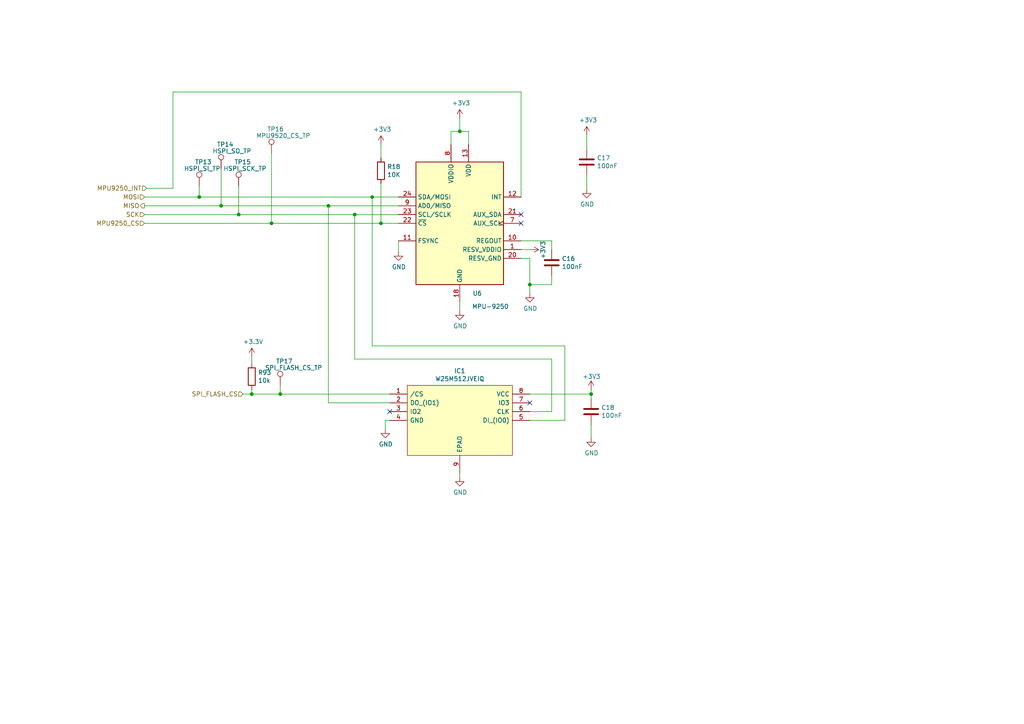
<source format=kicad_sch>
(kicad_sch
	(version 20231120)
	(generator "eeschema")
	(generator_version "8.0")
	(uuid "895a1e39-f049-47a1-988a-35dfdd9bb088")
	(paper "A4")
	(title_block
		(date "2021-04-05")
		(rev "2.3.3.3")
		(company "Evoke Motorcycles")
	)
	(lib_symbols
		(symbol "Device:R"
			(pin_numbers hide)
			(pin_names
				(offset 0)
			)
			(exclude_from_sim no)
			(in_bom yes)
			(on_board yes)
			(property "Reference" "R"
				(at 2.032 0 90)
				(effects
					(font
						(size 1.27 1.27)
					)
				)
			)
			(property "Value" "R"
				(at 0 0 90)
				(effects
					(font
						(size 1.27 1.27)
					)
				)
			)
			(property "Footprint" ""
				(at -1.778 0 90)
				(effects
					(font
						(size 1.27 1.27)
					)
					(hide yes)
				)
			)
			(property "Datasheet" "~"
				(at 0 0 0)
				(effects
					(font
						(size 1.27 1.27)
					)
					(hide yes)
				)
			)
			(property "Description" "Resistor"
				(at 0 0 0)
				(effects
					(font
						(size 1.27 1.27)
					)
					(hide yes)
				)
			)
			(property "ki_keywords" "R res resistor"
				(at 0 0 0)
				(effects
					(font
						(size 1.27 1.27)
					)
					(hide yes)
				)
			)
			(property "ki_fp_filters" "R_*"
				(at 0 0 0)
				(effects
					(font
						(size 1.27 1.27)
					)
					(hide yes)
				)
			)
			(symbol "R_0_1"
				(rectangle
					(start -1.016 -2.54)
					(end 1.016 2.54)
					(stroke
						(width 0.254)
						(type default)
					)
					(fill
						(type none)
					)
				)
			)
			(symbol "R_1_1"
				(pin passive line
					(at 0 3.81 270)
					(length 1.27)
					(name "~"
						(effects
							(font
								(size 1.27 1.27)
							)
						)
					)
					(number "1"
						(effects
							(font
								(size 1.27 1.27)
							)
						)
					)
				)
				(pin passive line
					(at 0 -3.81 90)
					(length 1.27)
					(name "~"
						(effects
							(font
								(size 1.27 1.27)
							)
						)
					)
					(number "2"
						(effects
							(font
								(size 1.27 1.27)
							)
						)
					)
				)
			)
		)
		(symbol "ESP32-CAN-rescue:+3.3V-power"
			(power)
			(pin_names
				(offset 0)
			)
			(exclude_from_sim no)
			(in_bom yes)
			(on_board yes)
			(property "Reference" "#PWR"
				(at 0 -3.81 0)
				(effects
					(font
						(size 1.27 1.27)
					)
					(hide yes)
				)
			)
			(property "Value" "+3.3V-power"
				(at 0 3.556 0)
				(effects
					(font
						(size 1.27 1.27)
					)
				)
			)
			(property "Footprint" ""
				(at 0 0 0)
				(effects
					(font
						(size 1.27 1.27)
					)
					(hide yes)
				)
			)
			(property "Datasheet" ""
				(at 0 0 0)
				(effects
					(font
						(size 1.27 1.27)
					)
					(hide yes)
				)
			)
			(property "Description" ""
				(at 0 0 0)
				(effects
					(font
						(size 1.27 1.27)
					)
					(hide yes)
				)
			)
			(symbol "+3.3V-power_0_1"
				(polyline
					(pts
						(xy -0.762 1.27) (xy 0 2.54)
					)
					(stroke
						(width 0)
						(type solid)
					)
					(fill
						(type none)
					)
				)
				(polyline
					(pts
						(xy 0 0) (xy 0 2.54)
					)
					(stroke
						(width 0)
						(type solid)
					)
					(fill
						(type none)
					)
				)
				(polyline
					(pts
						(xy 0 2.54) (xy 0.762 1.27)
					)
					(stroke
						(width 0)
						(type solid)
					)
					(fill
						(type none)
					)
				)
			)
			(symbol "+3.3V-power_1_1"
				(pin power_in line
					(at 0 0 90)
					(length 0) hide
					(name "+3V3"
						(effects
							(font
								(size 1.27 1.27)
							)
						)
					)
					(number "1"
						(effects
							(font
								(size 1.27 1.27)
							)
						)
					)
				)
			)
		)
		(symbol "ESP32-CAN-rescue:C-Device"
			(pin_numbers hide)
			(pin_names
				(offset 0.254)
			)
			(exclude_from_sim no)
			(in_bom yes)
			(on_board yes)
			(property "Reference" "C"
				(at 0.635 2.54 0)
				(effects
					(font
						(size 1.27 1.27)
					)
					(justify left)
				)
			)
			(property "Value" "C-Device"
				(at 0.635 -2.54 0)
				(effects
					(font
						(size 1.27 1.27)
					)
					(justify left)
				)
			)
			(property "Footprint" ""
				(at 0.9652 -3.81 0)
				(effects
					(font
						(size 1.27 1.27)
					)
					(hide yes)
				)
			)
			(property "Datasheet" ""
				(at 0 0 0)
				(effects
					(font
						(size 1.27 1.27)
					)
					(hide yes)
				)
			)
			(property "Description" ""
				(at 0 0 0)
				(effects
					(font
						(size 1.27 1.27)
					)
					(hide yes)
				)
			)
			(property "ki_fp_filters" "C_*"
				(at 0 0 0)
				(effects
					(font
						(size 1.27 1.27)
					)
					(hide yes)
				)
			)
			(symbol "C-Device_0_1"
				(polyline
					(pts
						(xy -2.032 -0.762) (xy 2.032 -0.762)
					)
					(stroke
						(width 0.508)
						(type solid)
					)
					(fill
						(type none)
					)
				)
				(polyline
					(pts
						(xy -2.032 0.762) (xy 2.032 0.762)
					)
					(stroke
						(width 0.508)
						(type solid)
					)
					(fill
						(type none)
					)
				)
			)
			(symbol "C-Device_1_1"
				(pin passive line
					(at 0 3.81 270)
					(length 2.794)
					(name "~"
						(effects
							(font
								(size 1.27 1.27)
							)
						)
					)
					(number "1"
						(effects
							(font
								(size 1.27 1.27)
							)
						)
					)
				)
				(pin passive line
					(at 0 -3.81 90)
					(length 2.794)
					(name "~"
						(effects
							(font
								(size 1.27 1.27)
							)
						)
					)
					(number "2"
						(effects
							(font
								(size 1.27 1.27)
							)
						)
					)
				)
			)
		)
		(symbol "ESP32-CAN-rescue:GND-power"
			(power)
			(pin_names
				(offset 0)
			)
			(exclude_from_sim no)
			(in_bom yes)
			(on_board yes)
			(property "Reference" "#PWR"
				(at 0 -6.35 0)
				(effects
					(font
						(size 1.27 1.27)
					)
					(hide yes)
				)
			)
			(property "Value" "GND-power"
				(at 0 -3.81 0)
				(effects
					(font
						(size 1.27 1.27)
					)
				)
			)
			(property "Footprint" ""
				(at 0 0 0)
				(effects
					(font
						(size 1.27 1.27)
					)
					(hide yes)
				)
			)
			(property "Datasheet" ""
				(at 0 0 0)
				(effects
					(font
						(size 1.27 1.27)
					)
					(hide yes)
				)
			)
			(property "Description" ""
				(at 0 0 0)
				(effects
					(font
						(size 1.27 1.27)
					)
					(hide yes)
				)
			)
			(symbol "GND-power_0_1"
				(polyline
					(pts
						(xy 0 0) (xy 0 -1.27) (xy 1.27 -1.27) (xy 0 -2.54) (xy -1.27 -1.27) (xy 0 -1.27)
					)
					(stroke
						(width 0)
						(type solid)
					)
					(fill
						(type none)
					)
				)
			)
			(symbol "GND-power_1_1"
				(pin power_in line
					(at 0 0 270)
					(length 0) hide
					(name "GND"
						(effects
							(font
								(size 1.27 1.27)
							)
						)
					)
					(number "1"
						(effects
							(font
								(size 1.27 1.27)
							)
						)
					)
				)
			)
		)
		(symbol "ESP32-CAN-rescue:MPU-9250-Sensor_Motion"
			(exclude_from_sim no)
			(in_bom yes)
			(on_board yes)
			(property "Reference" "U"
				(at -11.43 19.05 0)
				(effects
					(font
						(size 1.27 1.27)
					)
				)
			)
			(property "Value" "MPU-9250-Sensor_Motion"
				(at 7.62 -19.05 0)
				(effects
					(font
						(size 1.27 1.27)
					)
				)
			)
			(property "Footprint" "Sensor_Motion:InvenSense_QFN-24_3x3mm_P0.4mm"
				(at 0 -25.4 0)
				(effects
					(font
						(size 1.27 1.27)
					)
					(hide yes)
				)
			)
			(property "Datasheet" ""
				(at 0 -3.81 0)
				(effects
					(font
						(size 1.27 1.27)
					)
					(hide yes)
				)
			)
			(property "Description" ""
				(at 0 0 0)
				(effects
					(font
						(size 1.27 1.27)
					)
					(hide yes)
				)
			)
			(property "ki_fp_filters" "*QFN*3x3mm*P0.4mm*"
				(at 0 0 0)
				(effects
					(font
						(size 1.27 1.27)
					)
					(hide yes)
				)
			)
			(symbol "MPU-9250-Sensor_Motion_0_1"
				(rectangle
					(start -12.7 17.78)
					(end 12.7 -17.78)
					(stroke
						(width 0.254)
						(type solid)
					)
					(fill
						(type background)
					)
				)
			)
			(symbol "MPU-9250-Sensor_Motion_1_1"
				(pin input line
					(at 17.78 -7.62 180)
					(length 5.08)
					(name "RESV_VDDIO"
						(effects
							(font
								(size 1.27 1.27)
							)
						)
					)
					(number "1"
						(effects
							(font
								(size 1.27 1.27)
							)
						)
					)
				)
				(pin passive line
					(at 17.78 -5.08 180)
					(length 5.08)
					(name "REGOUT"
						(effects
							(font
								(size 1.27 1.27)
							)
						)
					)
					(number "10"
						(effects
							(font
								(size 1.27 1.27)
							)
						)
					)
				)
				(pin input line
					(at -17.78 -5.08 0)
					(length 5.08)
					(name "FSYNC"
						(effects
							(font
								(size 1.27 1.27)
							)
						)
					)
					(number "11"
						(effects
							(font
								(size 1.27 1.27)
							)
						)
					)
				)
				(pin output line
					(at 17.78 7.62 180)
					(length 5.08)
					(name "INT"
						(effects
							(font
								(size 1.27 1.27)
							)
						)
					)
					(number "12"
						(effects
							(font
								(size 1.27 1.27)
							)
						)
					)
				)
				(pin power_in line
					(at 2.54 22.86 270)
					(length 5.08)
					(name "VDD"
						(effects
							(font
								(size 1.27 1.27)
							)
						)
					)
					(number "13"
						(effects
							(font
								(size 1.27 1.27)
							)
						)
					)
				)
				(pin power_in line
					(at 0 -22.86 90)
					(length 5.08)
					(name "GND"
						(effects
							(font
								(size 1.27 1.27)
							)
						)
					)
					(number "18"
						(effects
							(font
								(size 1.27 1.27)
							)
						)
					)
				)
				(pin power_in line
					(at 17.78 -10.16 180)
					(length 5.08)
					(name "RESV_GND"
						(effects
							(font
								(size 1.27 1.27)
							)
						)
					)
					(number "20"
						(effects
							(font
								(size 1.27 1.27)
							)
						)
					)
				)
				(pin bidirectional line
					(at 17.78 2.54 180)
					(length 5.08)
					(name "AUX_SDA"
						(effects
							(font
								(size 1.27 1.27)
							)
						)
					)
					(number "21"
						(effects
							(font
								(size 1.27 1.27)
							)
						)
					)
				)
				(pin input line
					(at -17.78 0 0)
					(length 5.08)
					(name "~{CS}"
						(effects
							(font
								(size 1.27 1.27)
							)
						)
					)
					(number "22"
						(effects
							(font
								(size 1.27 1.27)
							)
						)
					)
				)
				(pin input line
					(at -17.78 2.54 0)
					(length 5.08)
					(name "SCL/SCLK"
						(effects
							(font
								(size 1.27 1.27)
							)
						)
					)
					(number "23"
						(effects
							(font
								(size 1.27 1.27)
							)
						)
					)
				)
				(pin bidirectional line
					(at -17.78 7.62 0)
					(length 5.08)
					(name "SDA/MOSI"
						(effects
							(font
								(size 1.27 1.27)
							)
						)
					)
					(number "24"
						(effects
							(font
								(size 1.27 1.27)
							)
						)
					)
				)
				(pin output clock
					(at 17.78 0 180)
					(length 5.08)
					(name "AUX_SCL"
						(effects
							(font
								(size 1.27 1.27)
							)
						)
					)
					(number "7"
						(effects
							(font
								(size 1.27 1.27)
							)
						)
					)
				)
				(pin power_in line
					(at -2.54 22.86 270)
					(length 5.08)
					(name "VDDIO"
						(effects
							(font
								(size 1.27 1.27)
							)
						)
					)
					(number "8"
						(effects
							(font
								(size 1.27 1.27)
							)
						)
					)
				)
				(pin bidirectional line
					(at -17.78 5.08 0)
					(length 5.08)
					(name "AD0/MISO"
						(effects
							(font
								(size 1.27 1.27)
							)
						)
					)
					(number "9"
						(effects
							(font
								(size 1.27 1.27)
							)
						)
					)
				)
			)
		)
		(symbol "ESP32-CAN-rescue:R-Device"
			(pin_numbers hide)
			(pin_names
				(offset 0)
			)
			(exclude_from_sim no)
			(in_bom yes)
			(on_board yes)
			(property "Reference" "R"
				(at 2.032 0 90)
				(effects
					(font
						(size 1.27 1.27)
					)
				)
			)
			(property "Value" "R-Device"
				(at 0 0 90)
				(effects
					(font
						(size 1.27 1.27)
					)
				)
			)
			(property "Footprint" ""
				(at -1.778 0 90)
				(effects
					(font
						(size 1.27 1.27)
					)
					(hide yes)
				)
			)
			(property "Datasheet" ""
				(at 0 0 0)
				(effects
					(font
						(size 1.27 1.27)
					)
					(hide yes)
				)
			)
			(property "Description" ""
				(at 0 0 0)
				(effects
					(font
						(size 1.27 1.27)
					)
					(hide yes)
				)
			)
			(property "ki_fp_filters" "R_*"
				(at 0 0 0)
				(effects
					(font
						(size 1.27 1.27)
					)
					(hide yes)
				)
			)
			(symbol "R-Device_0_1"
				(rectangle
					(start -1.016 -2.54)
					(end 1.016 2.54)
					(stroke
						(width 0.254)
						(type solid)
					)
					(fill
						(type none)
					)
				)
			)
			(symbol "R-Device_1_1"
				(pin passive line
					(at 0 3.81 270)
					(length 1.27)
					(name "~"
						(effects
							(font
								(size 1.27 1.27)
							)
						)
					)
					(number "1"
						(effects
							(font
								(size 1.27 1.27)
							)
						)
					)
				)
				(pin passive line
					(at 0 -3.81 90)
					(length 1.27)
					(name "~"
						(effects
							(font
								(size 1.27 1.27)
							)
						)
					)
					(number "2"
						(effects
							(font
								(size 1.27 1.27)
							)
						)
					)
				)
			)
		)
		(symbol "ESP32-CAN-rescue:TestPoint-Connector"
			(pin_numbers hide)
			(pin_names
				(offset 0.762) hide)
			(exclude_from_sim no)
			(in_bom yes)
			(on_board yes)
			(property "Reference" "TP"
				(at 0 6.858 0)
				(effects
					(font
						(size 1.27 1.27)
					)
				)
			)
			(property "Value" "TestPoint-Connector"
				(at 0 5.08 0)
				(effects
					(font
						(size 1.27 1.27)
					)
				)
			)
			(property "Footprint" ""
				(at 5.08 0 0)
				(effects
					(font
						(size 1.27 1.27)
					)
					(hide yes)
				)
			)
			(property "Datasheet" ""
				(at 5.08 0 0)
				(effects
					(font
						(size 1.27 1.27)
					)
					(hide yes)
				)
			)
			(property "Description" ""
				(at 0 0 0)
				(effects
					(font
						(size 1.27 1.27)
					)
					(hide yes)
				)
			)
			(property "ki_fp_filters" "Pin* Test*"
				(at 0 0 0)
				(effects
					(font
						(size 1.27 1.27)
					)
					(hide yes)
				)
			)
			(symbol "TestPoint-Connector_0_1"
				(circle
					(center 0 3.302)
					(radius 0.762)
					(stroke
						(width 0)
						(type solid)
					)
					(fill
						(type none)
					)
				)
			)
			(symbol "TestPoint-Connector_1_1"
				(pin passive line
					(at 0 0 90)
					(length 2.54)
					(name "1"
						(effects
							(font
								(size 1.27 1.27)
							)
						)
					)
					(number "1"
						(effects
							(font
								(size 1.27 1.27)
							)
						)
					)
				)
			)
		)
		(symbol "W25M512JVEIQ:W25M512JVEIQ"
			(pin_names
				(offset 0.762)
			)
			(exclude_from_sim no)
			(in_bom yes)
			(on_board yes)
			(property "Reference" "IC"
				(at 36.83 7.62 0)
				(effects
					(font
						(size 1.27 1.27)
					)
					(justify left)
				)
			)
			(property "Value" "W25M512JVEIQ"
				(at 36.83 5.08 0)
				(effects
					(font
						(size 1.27 1.27)
					)
					(justify left)
				)
			)
			(property "Footprint" "SON127P800X600X80-9N-D"
				(at 36.83 2.54 0)
				(effects
					(font
						(size 1.27 1.27)
					)
					(justify left)
					(hide yes)
				)
			)
			(property "Datasheet" "https://www.winbond.com/resource-files/w25m512jv%20revc%2001062017.pdf"
				(at 36.83 0 0)
				(effects
					(font
						(size 1.27 1.27)
					)
					(justify left)
					(hide yes)
				)
			)
			(property "Description" "Multichip Packages spiFlash, 512M-bit, 4Kb Uniform Sector"
				(at 36.83 -2.54 0)
				(effects
					(font
						(size 1.27 1.27)
					)
					(justify left)
					(hide yes)
				)
			)
			(property "Height" "0.8"
				(at 36.83 -5.08 0)
				(effects
					(font
						(size 1.27 1.27)
					)
					(justify left)
					(hide yes)
				)
			)
			(property "Manufacturer_Name" "Winbond"
				(at 36.83 -7.62 0)
				(effects
					(font
						(size 1.27 1.27)
					)
					(justify left)
					(hide yes)
				)
			)
			(property "Manufacturer_Part_Number" "W25M512JVEIQ"
				(at 36.83 -10.16 0)
				(effects
					(font
						(size 1.27 1.27)
					)
					(justify left)
					(hide yes)
				)
			)
			(property "Mouser Part Number" "454-W25M512JVEIQ"
				(at 36.83 -12.7 0)
				(effects
					(font
						(size 1.27 1.27)
					)
					(justify left)
					(hide yes)
				)
			)
			(property "Mouser Price/Stock" "https://www.mouser.com/Search/Refine.aspx?Keyword=454-W25M512JVEIQ"
				(at 36.83 -15.24 0)
				(effects
					(font
						(size 1.27 1.27)
					)
					(justify left)
					(hide yes)
				)
			)
			(symbol "W25M512JVEIQ_0_0"
				(pin passive line
					(at 0 0 0)
					(length 5.08)
					(name "/CS"
						(effects
							(font
								(size 1.27 1.27)
							)
						)
					)
					(number "1"
						(effects
							(font
								(size 1.27 1.27)
							)
						)
					)
				)
				(pin passive line
					(at 0 -2.54 0)
					(length 5.08)
					(name "DO_(IO1)"
						(effects
							(font
								(size 1.27 1.27)
							)
						)
					)
					(number "2"
						(effects
							(font
								(size 1.27 1.27)
							)
						)
					)
				)
				(pin passive line
					(at 0 -5.08 0)
					(length 5.08)
					(name "IO2"
						(effects
							(font
								(size 1.27 1.27)
							)
						)
					)
					(number "3"
						(effects
							(font
								(size 1.27 1.27)
							)
						)
					)
				)
				(pin passive line
					(at 0 -7.62 0)
					(length 5.08)
					(name "GND"
						(effects
							(font
								(size 1.27 1.27)
							)
						)
					)
					(number "4"
						(effects
							(font
								(size 1.27 1.27)
							)
						)
					)
				)
				(pin passive line
					(at 40.64 -7.62 180)
					(length 5.08)
					(name "DI_(IO0)"
						(effects
							(font
								(size 1.27 1.27)
							)
						)
					)
					(number "5"
						(effects
							(font
								(size 1.27 1.27)
							)
						)
					)
				)
				(pin passive line
					(at 40.64 -5.08 180)
					(length 5.08)
					(name "CLK"
						(effects
							(font
								(size 1.27 1.27)
							)
						)
					)
					(number "6"
						(effects
							(font
								(size 1.27 1.27)
							)
						)
					)
				)
				(pin passive line
					(at 40.64 -2.54 180)
					(length 5.08)
					(name "IO3"
						(effects
							(font
								(size 1.27 1.27)
							)
						)
					)
					(number "7"
						(effects
							(font
								(size 1.27 1.27)
							)
						)
					)
				)
				(pin passive line
					(at 40.64 0 180)
					(length 5.08)
					(name "VCC"
						(effects
							(font
								(size 1.27 1.27)
							)
						)
					)
					(number "8"
						(effects
							(font
								(size 1.27 1.27)
							)
						)
					)
				)
				(pin passive line
					(at 20.32 -22.86 90)
					(length 5.08)
					(name "EPAD"
						(effects
							(font
								(size 1.27 1.27)
							)
						)
					)
					(number "9"
						(effects
							(font
								(size 1.27 1.27)
							)
						)
					)
				)
			)
			(symbol "W25M512JVEIQ_0_1"
				(polyline
					(pts
						(xy 5.08 2.54) (xy 35.56 2.54) (xy 35.56 -17.78) (xy 5.08 -17.78) (xy 5.08 2.54)
					)
					(stroke
						(width 0.1524)
						(type solid)
					)
					(fill
						(type background)
					)
				)
			)
		)
		(symbol "power:+3.3V"
			(power)
			(pin_names
				(offset 0)
			)
			(exclude_from_sim no)
			(in_bom yes)
			(on_board yes)
			(property "Reference" "#PWR"
				(at 0 -3.81 0)
				(effects
					(font
						(size 1.27 1.27)
					)
					(hide yes)
				)
			)
			(property "Value" "+3.3V"
				(at 0 3.556 0)
				(effects
					(font
						(size 1.27 1.27)
					)
				)
			)
			(property "Footprint" ""
				(at 0 0 0)
				(effects
					(font
						(size 1.27 1.27)
					)
					(hide yes)
				)
			)
			(property "Datasheet" ""
				(at 0 0 0)
				(effects
					(font
						(size 1.27 1.27)
					)
					(hide yes)
				)
			)
			(property "Description" "Power symbol creates a global label with name \"+3.3V\""
				(at 0 0 0)
				(effects
					(font
						(size 1.27 1.27)
					)
					(hide yes)
				)
			)
			(property "ki_keywords" "global power"
				(at 0 0 0)
				(effects
					(font
						(size 1.27 1.27)
					)
					(hide yes)
				)
			)
			(symbol "+3.3V_0_1"
				(polyline
					(pts
						(xy -0.762 1.27) (xy 0 2.54)
					)
					(stroke
						(width 0)
						(type default)
					)
					(fill
						(type none)
					)
				)
				(polyline
					(pts
						(xy 0 0) (xy 0 2.54)
					)
					(stroke
						(width 0)
						(type default)
					)
					(fill
						(type none)
					)
				)
				(polyline
					(pts
						(xy 0 2.54) (xy 0.762 1.27)
					)
					(stroke
						(width 0)
						(type default)
					)
					(fill
						(type none)
					)
				)
			)
			(symbol "+3.3V_1_1"
				(pin power_in line
					(at 0 0 90)
					(length 0) hide
					(name "+3.3V"
						(effects
							(font
								(size 1.27 1.27)
							)
						)
					)
					(number "1"
						(effects
							(font
								(size 1.27 1.27)
							)
						)
					)
				)
			)
		)
	)
	(junction
		(at 102.87 62.23)
		(diameter 0)
		(color 0 0 0 0)
		(uuid "02958ee0-8e9f-4fa7-a111-d6930a3b40ee")
	)
	(junction
		(at 171.45 114.3)
		(diameter 0)
		(color 0 0 0 0)
		(uuid "23acdd29-b05c-440d-a923-b6bec83ef67c")
	)
	(junction
		(at 107.95 57.15)
		(diameter 0)
		(color 0 0 0 0)
		(uuid "37fd2406-669f-4b06-a19e-bc493c80a62c")
	)
	(junction
		(at 78.74 64.77)
		(diameter 0)
		(color 0 0 0 0)
		(uuid "3932a635-08c9-44c3-b575-58a576dfac1f")
	)
	(junction
		(at 81.28 114.3)
		(diameter 0)
		(color 0 0 0 0)
		(uuid "4d5b03e3-daf5-418a-a687-72d3a69e0a71")
	)
	(junction
		(at 57.785 57.15)
		(diameter 0)
		(color 0 0 0 0)
		(uuid "9d456bd0-61b2-4e80-86b7-ecc8ce1fa026")
	)
	(junction
		(at 153.67 82.55)
		(diameter 0)
		(color 0 0 0 0)
		(uuid "abcf0683-ea14-44c6-abc0-80f5a091a009")
	)
	(junction
		(at 95.25 59.69)
		(diameter 0)
		(color 0 0 0 0)
		(uuid "ad3ec1b8-4061-4960-aa58-faef87489e54")
	)
	(junction
		(at 73.025 114.3)
		(diameter 0)
		(color 0 0 0 0)
		(uuid "b273c5c6-b076-4962-9402-cc8cd019e5e4")
	)
	(junction
		(at 69.215 62.23)
		(diameter 0)
		(color 0 0 0 0)
		(uuid "c04c86c0-93fb-40c6-a63b-d911d15de4c0")
	)
	(junction
		(at 133.35 38.1)
		(diameter 0)
		(color 0 0 0 0)
		(uuid "eb192410-8970-45ea-91a6-b588f9d19dc2")
	)
	(junction
		(at 64.135 59.69)
		(diameter 0)
		(color 0 0 0 0)
		(uuid "faf2e181-3722-43a6-9d37-c2eccd139080")
	)
	(junction
		(at 110.49 64.77)
		(diameter 0)
		(color 0 0 0 0)
		(uuid "fe7e0b13-bfa5-4d30-8016-828e1d500f06")
	)
	(no_connect
		(at 153.67 116.84)
		(uuid "2870618d-eb05-4ea1-9226-594dbc5674a9")
	)
	(no_connect
		(at 113.03 119.38)
		(uuid "5c1287b0-6e0c-4093-b148-1a4e9828ec3a")
	)
	(no_connect
		(at 151.13 62.23)
		(uuid "8ac58c9f-9731-417c-916b-9e86fd37a0de")
	)
	(no_connect
		(at 151.13 64.77)
		(uuid "eb66faf1-6291-4a16-88e2-e922d019ea7f")
	)
	(wire
		(pts
			(xy 133.35 38.1) (xy 135.89 38.1)
		)
		(stroke
			(width 0)
			(type default)
		)
		(uuid "0033386a-2de4-45c1-bae6-6ae4055d0719")
	)
	(wire
		(pts
			(xy 163.83 100.33) (xy 107.95 100.33)
		)
		(stroke
			(width 0)
			(type default)
		)
		(uuid "0721db44-41c5-4eed-88a9-76b1bd03c027")
	)
	(wire
		(pts
			(xy 107.95 100.33) (xy 107.95 57.15)
		)
		(stroke
			(width 0)
			(type default)
		)
		(uuid "092c980a-7dd3-41bd-9f48-33e26cde9b4d")
	)
	(wire
		(pts
			(xy 130.81 38.1) (xy 133.35 38.1)
		)
		(stroke
			(width 0)
			(type default)
		)
		(uuid "0af51744-1dd6-48f1-b072-6944eb016571")
	)
	(wire
		(pts
			(xy 113.03 114.3) (xy 81.28 114.3)
		)
		(stroke
			(width 0)
			(type default)
		)
		(uuid "0b0019c6-d2f3-4cc0-8f3a-0898bcd5b6bc")
	)
	(wire
		(pts
			(xy 153.67 121.92) (xy 163.83 121.92)
		)
		(stroke
			(width 0)
			(type default)
		)
		(uuid "0b28a5cb-3cea-4cca-8763-cd25357a33e9")
	)
	(wire
		(pts
			(xy 57.785 57.15) (xy 107.95 57.15)
		)
		(stroke
			(width 0)
			(type default)
		)
		(uuid "0f72b604-6eaa-4f22-bda1-fd80f1c53f71")
	)
	(wire
		(pts
			(xy 81.28 114.3) (xy 73.025 114.3)
		)
		(stroke
			(width 0)
			(type default)
		)
		(uuid "0fcdea4d-a919-4da8-9fee-7b6254e7e20c")
	)
	(wire
		(pts
			(xy 133.35 90.17) (xy 133.35 87.63)
		)
		(stroke
			(width 0)
			(type default)
		)
		(uuid "1a1b251d-b40f-4f79-b7ea-64173a2784c1")
	)
	(wire
		(pts
			(xy 135.89 38.1) (xy 135.89 41.91)
		)
		(stroke
			(width 0)
			(type default)
		)
		(uuid "1ccb2325-6fb4-4772-8be3-303749ab6adf")
	)
	(wire
		(pts
			(xy 115.57 73.025) (xy 115.57 69.85)
		)
		(stroke
			(width 0)
			(type default)
		)
		(uuid "236ff37d-e22b-44cd-bac0-7c83a910d21a")
	)
	(wire
		(pts
			(xy 115.57 59.69) (xy 95.25 59.69)
		)
		(stroke
			(width 0)
			(type default)
		)
		(uuid "24fe5d98-7fb2-4f32-81d9-e93381f9f943")
	)
	(wire
		(pts
			(xy 95.25 116.84) (xy 95.25 59.69)
		)
		(stroke
			(width 0)
			(type default)
		)
		(uuid "2606e210-ea6a-423b-9d3d-49a9fd7cf66a")
	)
	(wire
		(pts
			(xy 57.785 57.15) (xy 41.91 57.15)
		)
		(stroke
			(width 0)
			(type default)
		)
		(uuid "283a5264-83e6-45db-b125-0f35b1226a2d")
	)
	(wire
		(pts
			(xy 153.67 72.39) (xy 151.13 72.39)
		)
		(stroke
			(width 0)
			(type default)
		)
		(uuid "38fcf2ce-4e9a-4aa5-822f-e04b1c27dac3")
	)
	(wire
		(pts
			(xy 78.74 44.45) (xy 78.74 64.77)
		)
		(stroke
			(width 0)
			(type default)
		)
		(uuid "40aa2c81-103a-425c-96ac-f9e939757fc0")
	)
	(wire
		(pts
			(xy 50.165 54.61) (xy 42.545 54.61)
		)
		(stroke
			(width 0)
			(type default)
		)
		(uuid "43e313fc-2e02-4589-913a-eb002badbba0")
	)
	(wire
		(pts
			(xy 160.02 80.01) (xy 160.02 82.55)
		)
		(stroke
			(width 0)
			(type default)
		)
		(uuid "45dd6206-2341-42b3-8da2-738b64c7bfee")
	)
	(wire
		(pts
			(xy 153.67 82.55) (xy 153.67 74.93)
		)
		(stroke
			(width 0)
			(type default)
		)
		(uuid "5424a2b1-21db-4e02-bad2-897819cf21ba")
	)
	(wire
		(pts
			(xy 95.25 116.84) (xy 113.03 116.84)
		)
		(stroke
			(width 0)
			(type default)
		)
		(uuid "5c702adc-decc-47ca-9495-f74495d80693")
	)
	(wire
		(pts
			(xy 50.165 26.67) (xy 50.165 54.61)
		)
		(stroke
			(width 0)
			(type default)
		)
		(uuid "607a7be3-9c04-49cf-a929-dfcb376a0774")
	)
	(wire
		(pts
			(xy 153.67 74.93) (xy 151.13 74.93)
		)
		(stroke
			(width 0)
			(type default)
		)
		(uuid "61e08744-5c7c-4499-be72-c15af5680b07")
	)
	(wire
		(pts
			(xy 160.02 69.85) (xy 160.02 72.39)
		)
		(stroke
			(width 0)
			(type default)
		)
		(uuid "621dba5f-7bbb-450f-98bc-5e567309d3b7")
	)
	(wire
		(pts
			(xy 160.02 104.14) (xy 102.87 104.14)
		)
		(stroke
			(width 0)
			(type default)
		)
		(uuid "6314cfe2-d25d-4722-8c7f-7c58be5bf3dc")
	)
	(wire
		(pts
			(xy 57.785 53.975) (xy 57.785 57.15)
		)
		(stroke
			(width 0)
			(type default)
		)
		(uuid "659f4c0e-abca-432b-a8c7-fd5b5f5859a6")
	)
	(wire
		(pts
			(xy 73.025 114.3) (xy 70.485 114.3)
		)
		(stroke
			(width 0)
			(type default)
		)
		(uuid "6b70edca-5f70-46b9-b518-a29fdab5c794")
	)
	(wire
		(pts
			(xy 73.025 113.03) (xy 73.025 114.3)
		)
		(stroke
			(width 0)
			(type default)
		)
		(uuid "6c97240c-bd8c-4ca1-a836-16644ec47642")
	)
	(wire
		(pts
			(xy 95.25 59.69) (xy 64.135 59.69)
		)
		(stroke
			(width 0)
			(type default)
		)
		(uuid "7f4d72ba-b4b3-4750-936a-2e2246e00218")
	)
	(wire
		(pts
			(xy 171.45 115.57) (xy 171.45 114.3)
		)
		(stroke
			(width 0)
			(type default)
		)
		(uuid "8607640d-479d-42ae-ab8e-bb8ece54f0f8")
	)
	(wire
		(pts
			(xy 160.02 82.55) (xy 153.67 82.55)
		)
		(stroke
			(width 0)
			(type default)
		)
		(uuid "88e2c503-312e-4a05-8370-b60132f9c849")
	)
	(wire
		(pts
			(xy 64.135 59.69) (xy 41.91 59.69)
		)
		(stroke
			(width 0)
			(type default)
		)
		(uuid "8c69c963-bc6d-40a4-b861-3121be2bb8c8")
	)
	(wire
		(pts
			(xy 171.45 123.19) (xy 171.45 127)
		)
		(stroke
			(width 0)
			(type default)
		)
		(uuid "8e5dfdc0-fe23-4b0e-a086-c1c95dee5220")
	)
	(wire
		(pts
			(xy 113.03 121.92) (xy 111.76 121.92)
		)
		(stroke
			(width 0)
			(type default)
		)
		(uuid "922b05d0-a231-4d29-91e2-00932376c766")
	)
	(wire
		(pts
			(xy 41.91 64.77) (xy 78.74 64.77)
		)
		(stroke
			(width 0)
			(type default)
		)
		(uuid "925495a9-fe2c-4ab7-b686-bc723f12d285")
	)
	(wire
		(pts
			(xy 151.13 26.67) (xy 50.165 26.67)
		)
		(stroke
			(width 0)
			(type default)
		)
		(uuid "94816df1-4994-4ad1-a2bc-e8eb82f7e264")
	)
	(wire
		(pts
			(xy 153.67 119.38) (xy 160.02 119.38)
		)
		(stroke
			(width 0)
			(type default)
		)
		(uuid "9971372e-8a46-43c2-9627-51d2a806eaa5")
	)
	(wire
		(pts
			(xy 115.57 62.23) (xy 102.87 62.23)
		)
		(stroke
			(width 0)
			(type default)
		)
		(uuid "a22c37bb-f4e0-4086-b032-3919b175cc11")
	)
	(wire
		(pts
			(xy 151.13 69.85) (xy 160.02 69.85)
		)
		(stroke
			(width 0)
			(type default)
		)
		(uuid "a2a6fe9c-42c7-4a6d-b258-42c527853995")
	)
	(wire
		(pts
			(xy 170.18 50.8) (xy 170.18 54.864)
		)
		(stroke
			(width 0)
			(type default)
		)
		(uuid "a5f4c9fc-33d9-4dc1-87af-f354f0f28dd0")
	)
	(wire
		(pts
			(xy 81.28 111.76) (xy 81.28 114.3)
		)
		(stroke
			(width 0)
			(type default)
		)
		(uuid "a69061c8-a98f-457c-baf9-e7baf439793a")
	)
	(wire
		(pts
			(xy 78.74 64.77) (xy 110.49 64.77)
		)
		(stroke
			(width 0)
			(type default)
		)
		(uuid "aadbd462-40b7-4e71-9c21-8e6710029fae")
	)
	(wire
		(pts
			(xy 64.135 48.895) (xy 64.135 59.69)
		)
		(stroke
			(width 0)
			(type default)
		)
		(uuid "ae3d90e6-899a-413f-86aa-58cfbc90eb8d")
	)
	(wire
		(pts
			(xy 163.83 121.92) (xy 163.83 100.33)
		)
		(stroke
			(width 0)
			(type default)
		)
		(uuid "b34beb6c-81a5-4d21-8787-d3b3df500b2d")
	)
	(wire
		(pts
			(xy 110.49 41.91) (xy 110.49 45.72)
		)
		(stroke
			(width 0)
			(type default)
		)
		(uuid "b98e68da-f7c5-484f-9da8-5b3331ae8b00")
	)
	(wire
		(pts
			(xy 115.57 57.15) (xy 107.95 57.15)
		)
		(stroke
			(width 0)
			(type default)
		)
		(uuid "c9f08f54-1afa-43af-8b6c-dfeaedbf5008")
	)
	(wire
		(pts
			(xy 171.45 114.3) (xy 171.45 113.03)
		)
		(stroke
			(width 0)
			(type default)
		)
		(uuid "cab05c4b-12c1-4015-bd6e-f554113fa005")
	)
	(wire
		(pts
			(xy 130.81 41.91) (xy 130.81 38.1)
		)
		(stroke
			(width 0)
			(type default)
		)
		(uuid "cec4ace7-a3cc-4be1-8698-658a8c9a3129")
	)
	(wire
		(pts
			(xy 102.87 104.14) (xy 102.87 62.23)
		)
		(stroke
			(width 0)
			(type default)
		)
		(uuid "d125750e-58e6-4ff1-965e-e002e8670731")
	)
	(wire
		(pts
			(xy 110.49 53.34) (xy 110.49 64.77)
		)
		(stroke
			(width 0)
			(type default)
		)
		(uuid "d1935046-4715-409a-ac00-fc8bf441b4ff")
	)
	(wire
		(pts
			(xy 133.35 138.43) (xy 133.35 137.16)
		)
		(stroke
			(width 0)
			(type default)
		)
		(uuid "d6259a77-70a3-4c57-8710-9a89025ccaf5")
	)
	(wire
		(pts
			(xy 69.215 53.975) (xy 69.215 62.23)
		)
		(stroke
			(width 0)
			(type default)
		)
		(uuid "dceb6f9f-bd4f-4388-8b2e-7db666a4041a")
	)
	(wire
		(pts
			(xy 69.215 62.23) (xy 102.87 62.23)
		)
		(stroke
			(width 0)
			(type default)
		)
		(uuid "e15336e2-b95d-4e14-93f1-a0bd9996a390")
	)
	(wire
		(pts
			(xy 160.02 119.38) (xy 160.02 104.14)
		)
		(stroke
			(width 0)
			(type default)
		)
		(uuid "e1e36aab-6d6b-492c-99c9-5388cc050633")
	)
	(wire
		(pts
			(xy 151.13 57.15) (xy 151.13 26.67)
		)
		(stroke
			(width 0)
			(type default)
		)
		(uuid "e4db5a0f-266f-4550-a144-86e67f49d531")
	)
	(wire
		(pts
			(xy 170.18 39.243) (xy 170.18 43.18)
		)
		(stroke
			(width 0)
			(type default)
		)
		(uuid "e54de143-16b0-44aa-8ec7-331ad50f8f97")
	)
	(wire
		(pts
			(xy 73.025 103.505) (xy 73.025 105.41)
		)
		(stroke
			(width 0)
			(type default)
		)
		(uuid "ede5ba88-ae75-46a8-b568-112108cd15c1")
	)
	(wire
		(pts
			(xy 111.76 121.92) (xy 111.76 124.46)
		)
		(stroke
			(width 0)
			(type default)
		)
		(uuid "efa0b8d9-db96-49ce-9bc2-e48252fdfd21")
	)
	(wire
		(pts
			(xy 133.35 38.1) (xy 133.35 34.29)
		)
		(stroke
			(width 0)
			(type default)
		)
		(uuid "f0d1416b-b0fa-4dc7-8796-879b81b4c404")
	)
	(wire
		(pts
			(xy 153.67 85.09) (xy 153.67 82.55)
		)
		(stroke
			(width 0)
			(type default)
		)
		(uuid "f1c49e98-f90d-4291-b52f-3614b39a5bc9")
	)
	(wire
		(pts
			(xy 41.91 62.23) (xy 69.215 62.23)
		)
		(stroke
			(width 0)
			(type default)
		)
		(uuid "f3aff464-b519-47b2-8573-cb8d0b9178be")
	)
	(wire
		(pts
			(xy 153.67 114.3) (xy 171.45 114.3)
		)
		(stroke
			(width 0)
			(type default)
		)
		(uuid "fa03dab5-5131-47b7-a302-329d817a2b32")
	)
	(wire
		(pts
			(xy 115.57 64.77) (xy 110.49 64.77)
		)
		(stroke
			(width 0)
			(type default)
		)
		(uuid "fd2eb9ef-2017-4805-8bc9-975c4dfe17cb")
	)
	(hierarchical_label "MPU9250_INT"
		(shape input)
		(at 42.545 54.61 180)
		(fields_autoplaced yes)
		(effects
			(font
				(size 1.27 1.27)
			)
			(justify right)
		)
		(uuid "12a1b1d8-624f-4ad6-b046-f2534a674ea5")
	)
	(hierarchical_label "MPU9250_CS"
		(shape input)
		(at 41.91 64.77 180)
		(fields_autoplaced yes)
		(effects
			(font
				(size 1.27 1.27)
			)
			(justify right)
		)
		(uuid "50076f15-00d8-48e2-b563-cf7e93c6aa4d")
	)
	(hierarchical_label "MISO"
		(shape output)
		(at 41.91 59.69 180)
		(fields_autoplaced yes)
		(effects
			(font
				(size 1.27 1.27)
			)
			(justify right)
		)
		(uuid "5a749fd0-d2a1-4e81-a4af-472cab5658e0")
	)
	(hierarchical_label "SPI_FLASH_CS"
		(shape input)
		(at 70.485 114.3 180)
		(fields_autoplaced yes)
		(effects
			(font
				(size 1.27 1.27)
			)
			(justify right)
		)
		(uuid "8ce2e0cb-364b-47af-a33c-89ea9d8bb825")
	)
	(hierarchical_label "SCK"
		(shape input)
		(at 41.91 62.23 180)
		(fields_autoplaced yes)
		(effects
			(font
				(size 1.27 1.27)
			)
			(justify right)
		)
		(uuid "c318304b-230f-490c-afbc-87a716efb278")
	)
	(hierarchical_label "MOSI"
		(shape input)
		(at 41.91 57.15 180)
		(fields_autoplaced yes)
		(effects
			(font
				(size 1.27 1.27)
			)
			(justify right)
		)
		(uuid "e3efb851-8a25-43ab-914c-76b086301064")
	)
	(symbol
		(lib_id "ESP32-CAN-rescue:MPU-9250-Sensor_Motion")
		(at 133.35 64.77 0)
		(unit 1)
		(exclude_from_sim no)
		(in_bom yes)
		(on_board yes)
		(dnp no)
		(uuid "00000000-0000-0000-0000-00005cff79d7")
		(property "Reference" "U6"
			(at 138.43 85.09 0)
			(effects
				(font
					(size 1.27 1.27)
				)
			)
		)
		(property "Value" "MPU-9250"
			(at 142.24 88.9 0)
			(effects
				(font
					(size 1.27 1.27)
				)
			)
		)
		(property "Footprint" "Package_DFN_QFN:QFN-24-1EP_3x3mm_P0.4mm_EP1.75x1.6mm"
			(at 133.35 90.17 0)
			(effects
				(font
					(size 1.27 1.27)
				)
				(hide yes)
			)
		)
		(property "Datasheet" "https://store.invensense.com/datasheets/invensense/MPU9250REV1.0.pdf"
			(at 133.35 68.58 0)
			(effects
				(font
					(size 1.27 1.27)
				)
				(hide yes)
			)
		)
		(property "Description" ""
			(at 133.35 64.77 0)
			(effects
				(font
					(size 1.27 1.27)
				)
				(hide yes)
			)
		)
		(pin "1"
			(uuid "0ec705e0-9600-4b45-ac56-a387360bba5b")
		)
		(pin "10"
			(uuid "16beea0c-630d-46ce-b73b-1d8bce1c202b")
		)
		(pin "11"
			(uuid "45649e48-00dd-4abc-8044-040de6efdfaf")
		)
		(pin "12"
			(uuid "64ea5de4-df42-4d16-9c51-21e9c4a8fd50")
		)
		(pin "13"
			(uuid "77b409ae-90f4-4eba-92c6-e69e738983ed")
		)
		(pin "18"
			(uuid "027d1b3f-d797-481b-a442-77f88d74c2a8")
		)
		(pin "20"
			(uuid "31b9b99c-3b62-491a-8b9c-97c3b2976e3a")
		)
		(pin "21"
			(uuid "2ec3f52d-5e01-4fe1-ad4f-5fc54f3356df")
		)
		(pin "22"
			(uuid "59819c5f-dcf2-4e7d-a307-5fb1300b26d6")
		)
		(pin "23"
			(uuid "dddd8649-9f6e-4421-abc3-c417e2412e7d")
		)
		(pin "24"
			(uuid "6f3a1566-793a-46ff-82f2-3c49fa449257")
		)
		(pin "7"
			(uuid "e0485b57-eb42-4d3d-81f0-d942aad03b25")
		)
		(pin "8"
			(uuid "a76c09cf-fec9-43c4-a675-54a7e288bdd3")
		)
		(pin "9"
			(uuid "9e1c4239-cd58-4395-890d-578b6cd1a8f0")
		)
		(instances
			(project "ESP32-CAN"
				(path "/5d1bbabf-4d36-4fec-acd1-6c57a2162fb3/00000000-0000-0000-0000-00005cff775d"
					(reference "U6")
					(unit 1)
				)
			)
		)
	)
	(symbol
		(lib_id "ESP32-CAN-rescue:+3.3V-power")
		(at 133.35 34.29 0)
		(unit 1)
		(exclude_from_sim no)
		(in_bom yes)
		(on_board yes)
		(dnp no)
		(uuid "00000000-0000-0000-0000-00005cff7f45")
		(property "Reference" "#PWR032"
			(at 133.35 38.1 0)
			(effects
				(font
					(size 1.27 1.27)
				)
				(hide yes)
			)
		)
		(property "Value" "+3V3"
			(at 133.731 29.8958 0)
			(effects
				(font
					(size 1.27 1.27)
				)
			)
		)
		(property "Footprint" ""
			(at 133.35 34.29 0)
			(effects
				(font
					(size 1.27 1.27)
				)
				(hide yes)
			)
		)
		(property "Datasheet" ""
			(at 133.35 34.29 0)
			(effects
				(font
					(size 1.27 1.27)
				)
				(hide yes)
			)
		)
		(property "Description" ""
			(at 133.35 34.29 0)
			(effects
				(font
					(size 1.27 1.27)
				)
				(hide yes)
			)
		)
		(pin "1"
			(uuid "84969e33-0641-4793-8bb1-8c96f5871a17")
		)
	)
	(symbol
		(lib_id "ESP32-CAN-rescue:GND-power")
		(at 133.35 90.17 0)
		(unit 1)
		(exclude_from_sim no)
		(in_bom yes)
		(on_board yes)
		(dnp no)
		(uuid "00000000-0000-0000-0000-00005cff8112")
		(property "Reference" "#PWR033"
			(at 133.35 96.52 0)
			(effects
				(font
					(size 1.27 1.27)
				)
				(hide yes)
			)
		)
		(property "Value" "GND"
			(at 133.477 94.5642 0)
			(effects
				(font
					(size 1.27 1.27)
				)
			)
		)
		(property "Footprint" ""
			(at 133.35 90.17 0)
			(effects
				(font
					(size 1.27 1.27)
				)
				(hide yes)
			)
		)
		(property "Datasheet" ""
			(at 133.35 90.17 0)
			(effects
				(font
					(size 1.27 1.27)
				)
				(hide yes)
			)
		)
		(property "Description" ""
			(at 133.35 90.17 0)
			(effects
				(font
					(size 1.27 1.27)
				)
				(hide yes)
			)
		)
		(pin "1"
			(uuid "7fc7a71a-5ef8-4fd3-af7c-139bf526083c")
		)
	)
	(symbol
		(lib_id "ESP32-CAN-rescue:GND-power")
		(at 153.67 85.09 0)
		(unit 1)
		(exclude_from_sim no)
		(in_bom yes)
		(on_board yes)
		(dnp no)
		(uuid "00000000-0000-0000-0000-00005cff8f5a")
		(property "Reference" "#PWR036"
			(at 153.67 91.44 0)
			(effects
				(font
					(size 1.27 1.27)
				)
				(hide yes)
			)
		)
		(property "Value" "GND"
			(at 153.797 89.4842 0)
			(effects
				(font
					(size 1.27 1.27)
				)
			)
		)
		(property "Footprint" ""
			(at 153.67 85.09 0)
			(effects
				(font
					(size 1.27 1.27)
				)
				(hide yes)
			)
		)
		(property "Datasheet" ""
			(at 153.67 85.09 0)
			(effects
				(font
					(size 1.27 1.27)
				)
				(hide yes)
			)
		)
		(property "Description" ""
			(at 153.67 85.09 0)
			(effects
				(font
					(size 1.27 1.27)
				)
				(hide yes)
			)
		)
		(pin "1"
			(uuid "96258299-4a0a-45a4-be15-3ec77fbe7b9f")
		)
	)
	(symbol
		(lib_id "ESP32-CAN-rescue:+3.3V-power")
		(at 153.67 72.39 270)
		(unit 1)
		(exclude_from_sim no)
		(in_bom yes)
		(on_board yes)
		(dnp no)
		(uuid "00000000-0000-0000-0000-00005cff93ef")
		(property "Reference" "#PWR035"
			(at 149.86 72.39 0)
			(effects
				(font
					(size 1.27 1.27)
				)
				(hide yes)
			)
		)
		(property "Value" "+3V3"
			(at 157.48 69.85 0)
			(effects
				(font
					(size 1.27 1.27)
				)
				(justify left)
			)
		)
		(property "Footprint" ""
			(at 153.67 72.39 0)
			(effects
				(font
					(size 1.27 1.27)
				)
				(hide yes)
			)
		)
		(property "Datasheet" ""
			(at 153.67 72.39 0)
			(effects
				(font
					(size 1.27 1.27)
				)
				(hide yes)
			)
		)
		(property "Description" ""
			(at 153.67 72.39 0)
			(effects
				(font
					(size 1.27 1.27)
				)
				(hide yes)
			)
		)
		(pin "1"
			(uuid "b9bff98e-a85a-41ee-bf1f-c44866804f82")
		)
	)
	(symbol
		(lib_id "ESP32-CAN-rescue:C-Device")
		(at 160.02 76.2 0)
		(unit 1)
		(exclude_from_sim no)
		(in_bom yes)
		(on_board yes)
		(dnp no)
		(uuid "00000000-0000-0000-0000-00005cffa558")
		(property "Reference" "C16"
			(at 162.941 75.0316 0)
			(effects
				(font
					(size 1.27 1.27)
				)
				(justify left)
			)
		)
		(property "Value" "100nF"
			(at 162.941 77.343 0)
			(effects
				(font
					(size 1.27 1.27)
				)
				(justify left)
			)
		)
		(property "Footprint" "Capacitor_SMD:C_0603_1608Metric"
			(at 160.9852 80.01 0)
			(effects
				(font
					(size 1.27 1.27)
				)
				(hide yes)
			)
		)
		(property "Datasheet" "~"
			(at 160.02 76.2 0)
			(effects
				(font
					(size 1.27 1.27)
				)
				(hide yes)
			)
		)
		(property "Description" ""
			(at 160.02 76.2 0)
			(effects
				(font
					(size 1.27 1.27)
				)
				(hide yes)
			)
		)
		(pin "1"
			(uuid "31a42225-dd13-44ff-a129-e76771797e14")
		)
		(pin "2"
			(uuid "69d0fa46-541f-44fd-9203-1de72619e6a0")
		)
		(instances
			(project "ESP32-CAN"
				(path "/5d1bbabf-4d36-4fec-acd1-6c57a2162fb3/00000000-0000-0000-0000-00005cff775d"
					(reference "C16")
					(unit 1)
				)
			)
		)
	)
	(symbol
		(lib_id "ESP32-CAN-rescue:GND-power")
		(at 170.18 54.864 0)
		(unit 1)
		(exclude_from_sim no)
		(in_bom yes)
		(on_board yes)
		(dnp no)
		(uuid "00000000-0000-0000-0000-00005cffb6ce")
		(property "Reference" "#PWR038"
			(at 170.18 61.214 0)
			(effects
				(font
					(size 1.27 1.27)
				)
				(hide yes)
			)
		)
		(property "Value" "GND"
			(at 170.307 59.2582 0)
			(effects
				(font
					(size 1.27 1.27)
				)
			)
		)
		(property "Footprint" ""
			(at 170.18 54.864 0)
			(effects
				(font
					(size 1.27 1.27)
				)
				(hide yes)
			)
		)
		(property "Datasheet" ""
			(at 170.18 54.864 0)
			(effects
				(font
					(size 1.27 1.27)
				)
				(hide yes)
			)
		)
		(property "Description" ""
			(at 170.18 54.864 0)
			(effects
				(font
					(size 1.27 1.27)
				)
				(hide yes)
			)
		)
		(pin "1"
			(uuid "c5509d16-f45f-4a9f-900f-451fd0f0844a")
		)
	)
	(symbol
		(lib_id "ESP32-CAN-rescue:+3.3V-power")
		(at 170.18 39.243 0)
		(unit 1)
		(exclude_from_sim no)
		(in_bom yes)
		(on_board yes)
		(dnp no)
		(uuid "00000000-0000-0000-0000-00005cffc067")
		(property "Reference" "#PWR037"
			(at 170.18 43.053 0)
			(effects
				(font
					(size 1.27 1.27)
				)
				(hide yes)
			)
		)
		(property "Value" "+3V3"
			(at 170.561 34.8488 0)
			(effects
				(font
					(size 1.27 1.27)
				)
			)
		)
		(property "Footprint" ""
			(at 170.18 39.243 0)
			(effects
				(font
					(size 1.27 1.27)
				)
				(hide yes)
			)
		)
		(property "Datasheet" ""
			(at 170.18 39.243 0)
			(effects
				(font
					(size 1.27 1.27)
				)
				(hide yes)
			)
		)
		(property "Description" ""
			(at 170.18 39.243 0)
			(effects
				(font
					(size 1.27 1.27)
				)
				(hide yes)
			)
		)
		(pin "1"
			(uuid "26eaef14-7a5b-4aa0-ab47-c5843d067996")
		)
	)
	(symbol
		(lib_id "ESP32-CAN-rescue:R-Device")
		(at 110.49 49.53 0)
		(unit 1)
		(exclude_from_sim no)
		(in_bom yes)
		(on_board yes)
		(dnp no)
		(uuid "00000000-0000-0000-0000-00005d002143")
		(property "Reference" "R18"
			(at 112.268 48.3616 0)
			(effects
				(font
					(size 1.27 1.27)
				)
				(justify left)
			)
		)
		(property "Value" "10K"
			(at 112.268 50.673 0)
			(effects
				(font
					(size 1.27 1.27)
				)
				(justify left)
			)
		)
		(property "Footprint" "Resistor_SMD:R_0603_1608Metric"
			(at 108.712 49.53 90)
			(effects
				(font
					(size 1.27 1.27)
				)
				(hide yes)
			)
		)
		(property "Datasheet" "~"
			(at 110.49 49.53 0)
			(effects
				(font
					(size 1.27 1.27)
				)
				(hide yes)
			)
		)
		(property "Description" ""
			(at 110.49 49.53 0)
			(effects
				(font
					(size 1.27 1.27)
				)
				(hide yes)
			)
		)
		(pin "1"
			(uuid "3aecf307-41a5-4ee9-88b9-491819b88889")
		)
		(pin "2"
			(uuid "37306d78-d8d1-4f7a-9b06-c2fd824af3f1")
		)
		(instances
			(project "ESP32-CAN"
				(path "/5d1bbabf-4d36-4fec-acd1-6c57a2162fb3/00000000-0000-0000-0000-00005cff775d"
					(reference "R18")
					(unit 1)
				)
			)
		)
	)
	(symbol
		(lib_id "ESP32-CAN-rescue:+3.3V-power")
		(at 110.49 41.91 0)
		(unit 1)
		(exclude_from_sim no)
		(in_bom yes)
		(on_board yes)
		(dnp no)
		(uuid "00000000-0000-0000-0000-00005d0065fb")
		(property "Reference" "#PWR030"
			(at 110.49 45.72 0)
			(effects
				(font
					(size 1.27 1.27)
				)
				(hide yes)
			)
		)
		(property "Value" "+3V3"
			(at 110.871 37.5158 0)
			(effects
				(font
					(size 1.27 1.27)
				)
			)
		)
		(property "Footprint" ""
			(at 110.49 41.91 0)
			(effects
				(font
					(size 1.27 1.27)
				)
				(hide yes)
			)
		)
		(property "Datasheet" ""
			(at 110.49 41.91 0)
			(effects
				(font
					(size 1.27 1.27)
				)
				(hide yes)
			)
		)
		(property "Description" ""
			(at 110.49 41.91 0)
			(effects
				(font
					(size 1.27 1.27)
				)
				(hide yes)
			)
		)
		(pin "1"
			(uuid "b62d568a-db56-4eb7-8aff-9eb609c7755d")
		)
	)
	(symbol
		(lib_id "ESP32-CAN-rescue:C-Device")
		(at 170.18 46.99 0)
		(unit 1)
		(exclude_from_sim no)
		(in_bom yes)
		(on_board yes)
		(dnp no)
		(uuid "00000000-0000-0000-0000-00005d007b2e")
		(property "Reference" "C17"
			(at 173.101 45.8216 0)
			(effects
				(font
					(size 1.27 1.27)
				)
				(justify left)
			)
		)
		(property "Value" "100nF"
			(at 173.101 48.133 0)
			(effects
				(font
					(size 1.27 1.27)
				)
				(justify left)
			)
		)
		(property "Footprint" "Capacitor_SMD:C_0603_1608Metric"
			(at 171.1452 50.8 0)
			(effects
				(font
					(size 1.27 1.27)
				)
				(hide yes)
			)
		)
		(property "Datasheet" "~"
			(at 170.18 46.99 0)
			(effects
				(font
					(size 1.27 1.27)
				)
				(hide yes)
			)
		)
		(property "Description" ""
			(at 170.18 46.99 0)
			(effects
				(font
					(size 1.27 1.27)
				)
				(hide yes)
			)
		)
		(pin "1"
			(uuid "b04a9936-4cf1-4f0a-a4a0-e70465359f40")
		)
		(pin "2"
			(uuid "94750225-f0f4-4ef6-8d24-6ac6d66b3842")
		)
		(instances
			(project "ESP32-CAN"
				(path "/5d1bbabf-4d36-4fec-acd1-6c57a2162fb3/00000000-0000-0000-0000-00005cff775d"
					(reference "C17")
					(unit 1)
				)
			)
		)
	)
	(symbol
		(lib_id "W25M512JVEIQ:W25M512JVEIQ")
		(at 113.03 114.3 0)
		(unit 1)
		(exclude_from_sim no)
		(in_bom yes)
		(on_board yes)
		(dnp no)
		(uuid "00000000-0000-0000-0000-00005d00c9e2")
		(property "Reference" "IC1"
			(at 133.35 107.569 0)
			(effects
				(font
					(size 1.27 1.27)
				)
			)
		)
		(property "Value" "W25M512JVEIQ"
			(at 133.35 109.8804 0)
			(effects
				(font
					(size 1.27 1.27)
				)
			)
		)
		(property "Footprint" "W25M512JVEIQ:SON127P800X600X80-9N-D"
			(at 149.86 111.76 0)
			(effects
				(font
					(size 1.27 1.27)
				)
				(justify left)
				(hide yes)
			)
		)
		(property "Datasheet" "https://www.winbond.com/resource-files/w25m512jv%20revc%2001062017.pdf"
			(at 149.86 114.3 0)
			(effects
				(font
					(size 1.27 1.27)
				)
				(justify left)
				(hide yes)
			)
		)
		(property "Description" "Multichip Packages spiFlash, 512M-bit, 4Kb Uniform Sector"
			(at 149.86 116.84 0)
			(effects
				(font
					(size 1.27 1.27)
				)
				(justify left)
				(hide yes)
			)
		)
		(property "Height" "0.8"
			(at 149.86 119.38 0)
			(effects
				(font
					(size 1.27 1.27)
				)
				(justify left)
				(hide yes)
			)
		)
		(property "Manufacturer_Name" "Winbond"
			(at 149.86 121.92 0)
			(effects
				(font
					(size 1.27 1.27)
				)
				(justify left)
				(hide yes)
			)
		)
		(property "Manufacturer_Part_Number" "W25M512JVEIQ"
			(at 149.86 124.46 0)
			(effects
				(font
					(size 1.27 1.27)
				)
				(justify left)
				(hide yes)
			)
		)
		(property "Mouser Part Number" "454-W25M512JVEIQ"
			(at 149.86 127 0)
			(effects
				(font
					(size 1.27 1.27)
				)
				(justify left)
				(hide yes)
			)
		)
		(property "Mouser Price/Stock" "https://www.mouser.com/Search/Refine.aspx?Keyword=454-W25M512JVEIQ"
			(at 149.86 129.54 0)
			(effects
				(font
					(size 1.27 1.27)
				)
				(justify left)
				(hide yes)
			)
		)
		(property "RS Part Number" ""
			(at 149.86 132.08 0)
			(effects
				(font
					(size 1.27 1.27)
				)
				(justify left)
				(hide yes)
			)
		)
		(property "RS Price/Stock" ""
			(at 149.86 134.62 0)
			(effects
				(font
					(size 1.27 1.27)
				)
				(justify left)
				(hide yes)
			)
		)
		(pin "1"
			(uuid "3bb90c5c-5bcb-4de3-9d80-7a4cf3146404")
		)
		(pin "2"
			(uuid "7764cbe6-82ff-490c-9a41-c42a9f9e4ae6")
		)
		(pin "3"
			(uuid "234c7584-84f1-4126-9b3d-38c5341e394e")
		)
		(pin "4"
			(uuid "ffa72762-325e-4282-8f72-59fe53ed8db0")
		)
		(pin "5"
			(uuid "402443a1-9569-43b0-a424-d318f942c904")
		)
		(pin "6"
			(uuid "d4fd191c-b4ec-4427-bd70-104bb1dd591e")
		)
		(pin "7"
			(uuid "1eb620c6-9223-4dbb-a561-5a6c9b7cb270")
		)
		(pin "8"
			(uuid "5fc166b6-aaaf-4f3e-a1d5-9531da32ab9a")
		)
		(pin "9"
			(uuid "d9d520ed-02bd-405d-84df-9d7ec6f5f615")
		)
		(instances
			(project "ESP32-CAN"
				(path "/5d1bbabf-4d36-4fec-acd1-6c57a2162fb3/00000000-0000-0000-0000-00005cff775d"
					(reference "IC1")
					(unit 1)
				)
			)
		)
	)
	(symbol
		(lib_id "ESP32-CAN-rescue:GND-power")
		(at 133.35 138.43 0)
		(unit 1)
		(exclude_from_sim no)
		(in_bom yes)
		(on_board yes)
		(dnp no)
		(uuid "00000000-0000-0000-0000-00005d00e4c5")
		(property "Reference" "#PWR034"
			(at 133.35 144.78 0)
			(effects
				(font
					(size 1.27 1.27)
				)
				(hide yes)
			)
		)
		(property "Value" "GND"
			(at 133.477 142.8242 0)
			(effects
				(font
					(size 1.27 1.27)
				)
			)
		)
		(property "Footprint" ""
			(at 133.35 138.43 0)
			(effects
				(font
					(size 1.27 1.27)
				)
				(hide yes)
			)
		)
		(property "Datasheet" ""
			(at 133.35 138.43 0)
			(effects
				(font
					(size 1.27 1.27)
				)
				(hide yes)
			)
		)
		(property "Description" ""
			(at 133.35 138.43 0)
			(effects
				(font
					(size 1.27 1.27)
				)
				(hide yes)
			)
		)
		(pin "1"
			(uuid "c50fec6b-3d02-4eed-bb79-5603b22d8185")
		)
	)
	(symbol
		(lib_id "ESP32-CAN-rescue:C-Device")
		(at 171.45 119.38 0)
		(unit 1)
		(exclude_from_sim no)
		(in_bom yes)
		(on_board yes)
		(dnp no)
		(uuid "00000000-0000-0000-0000-00005d00f856")
		(property "Reference" "C18"
			(at 174.371 118.2116 0)
			(effects
				(font
					(size 1.27 1.27)
				)
				(justify left)
			)
		)
		(property "Value" "100nF"
			(at 174.371 120.523 0)
			(effects
				(font
					(size 1.27 1.27)
				)
				(justify left)
			)
		)
		(property "Footprint" "Capacitor_SMD:C_0603_1608Metric"
			(at 172.4152 123.19 0)
			(effects
				(font
					(size 1.27 1.27)
				)
				(hide yes)
			)
		)
		(property "Datasheet" "~"
			(at 171.45 119.38 0)
			(effects
				(font
					(size 1.27 1.27)
				)
				(hide yes)
			)
		)
		(property "Description" ""
			(at 171.45 119.38 0)
			(effects
				(font
					(size 1.27 1.27)
				)
				(hide yes)
			)
		)
		(pin "1"
			(uuid "29fe98af-4d6c-4a0b-b3f1-df61533fdeff")
		)
		(pin "2"
			(uuid "e4c4ef10-2958-4ed0-8cda-81ed5c0fb36a")
		)
		(instances
			(project "ESP32-CAN"
				(path "/5d1bbabf-4d36-4fec-acd1-6c57a2162fb3/00000000-0000-0000-0000-00005cff775d"
					(reference "C18")
					(unit 1)
				)
			)
		)
	)
	(symbol
		(lib_id "ESP32-CAN-rescue:GND-power")
		(at 171.45 127 0)
		(unit 1)
		(exclude_from_sim no)
		(in_bom yes)
		(on_board yes)
		(dnp no)
		(uuid "00000000-0000-0000-0000-00005d010c18")
		(property "Reference" "#PWR040"
			(at 171.45 133.35 0)
			(effects
				(font
					(size 1.27 1.27)
				)
				(hide yes)
			)
		)
		(property "Value" "GND"
			(at 171.577 131.3942 0)
			(effects
				(font
					(size 1.27 1.27)
				)
			)
		)
		(property "Footprint" ""
			(at 171.45 127 0)
			(effects
				(font
					(size 1.27 1.27)
				)
				(hide yes)
			)
		)
		(property "Datasheet" ""
			(at 171.45 127 0)
			(effects
				(font
					(size 1.27 1.27)
				)
				(hide yes)
			)
		)
		(property "Description" ""
			(at 171.45 127 0)
			(effects
				(font
					(size 1.27 1.27)
				)
				(hide yes)
			)
		)
		(pin "1"
			(uuid "d2e5a3eb-851f-4b2d-b14e-a2a36ac4ae6d")
		)
	)
	(symbol
		(lib_id "ESP32-CAN-rescue:+3.3V-power")
		(at 171.45 113.03 0)
		(unit 1)
		(exclude_from_sim no)
		(in_bom yes)
		(on_board yes)
		(dnp no)
		(uuid "00000000-0000-0000-0000-00005d011fa5")
		(property "Reference" "#PWR039"
			(at 171.45 116.84 0)
			(effects
				(font
					(size 1.27 1.27)
				)
				(hide yes)
			)
		)
		(property "Value" "+3V3"
			(at 168.91 109.22 0)
			(effects
				(font
					(size 1.27 1.27)
				)
				(justify left)
			)
		)
		(property "Footprint" ""
			(at 171.45 113.03 0)
			(effects
				(font
					(size 1.27 1.27)
				)
				(hide yes)
			)
		)
		(property "Datasheet" ""
			(at 171.45 113.03 0)
			(effects
				(font
					(size 1.27 1.27)
				)
				(hide yes)
			)
		)
		(property "Description" ""
			(at 171.45 113.03 0)
			(effects
				(font
					(size 1.27 1.27)
				)
				(hide yes)
			)
		)
		(pin "1"
			(uuid "11c25868-a37d-4194-98b0-d3277a2beb8e")
		)
	)
	(symbol
		(lib_id "ESP32-CAN-rescue:GND-power")
		(at 111.76 124.46 0)
		(unit 1)
		(exclude_from_sim no)
		(in_bom yes)
		(on_board yes)
		(dnp no)
		(uuid "00000000-0000-0000-0000-00005d01933a")
		(property "Reference" "#PWR031"
			(at 111.76 130.81 0)
			(effects
				(font
					(size 1.27 1.27)
				)
				(hide yes)
			)
		)
		(property "Value" "GND"
			(at 111.887 128.8542 0)
			(effects
				(font
					(size 1.27 1.27)
				)
			)
		)
		(property "Footprint" ""
			(at 111.76 124.46 0)
			(effects
				(font
					(size 1.27 1.27)
				)
				(hide yes)
			)
		)
		(property "Datasheet" ""
			(at 111.76 124.46 0)
			(effects
				(font
					(size 1.27 1.27)
				)
				(hide yes)
			)
		)
		(property "Description" ""
			(at 111.76 124.46 0)
			(effects
				(font
					(size 1.27 1.27)
				)
				(hide yes)
			)
		)
		(pin "1"
			(uuid "165c39f6-6f4e-4b72-a4f9-eb15d46f9d22")
		)
	)
	(symbol
		(lib_id "ESP32-CAN-rescue:TestPoint-Connector")
		(at 57.785 53.975 0)
		(unit 1)
		(exclude_from_sim no)
		(in_bom yes)
		(on_board yes)
		(dnp no)
		(uuid "00000000-0000-0000-0000-00005d1719bb")
		(property "Reference" "TP13"
			(at 56.515 46.99 0)
			(effects
				(font
					(size 1.27 1.27)
				)
				(justify left)
			)
		)
		(property "Value" "HSPI_SI_TP"
			(at 53.34 48.895 0)
			(effects
				(font
					(size 1.27 1.27)
				)
				(justify left)
			)
		)
		(property "Footprint" "TestPoint:TestPoint_Pad_D1.0mm"
			(at 62.865 53.975 0)
			(effects
				(font
					(size 1.27 1.27)
				)
				(hide yes)
			)
		)
		(property "Datasheet" "~"
			(at 62.865 53.975 0)
			(effects
				(font
					(size 1.27 1.27)
				)
				(hide yes)
			)
		)
		(property "Description" ""
			(at 57.785 53.975 0)
			(effects
				(font
					(size 1.27 1.27)
				)
				(hide yes)
			)
		)
		(pin "1"
			(uuid "e9bfc2ae-3bea-43f0-963b-d87252930b1d")
		)
		(instances
			(project "ESP32-CAN"
				(path "/5d1bbabf-4d36-4fec-acd1-6c57a2162fb3/00000000-0000-0000-0000-00005cff775d"
					(reference "TP13")
					(unit 1)
				)
			)
		)
	)
	(symbol
		(lib_id "ESP32-CAN-rescue:TestPoint-Connector")
		(at 64.135 48.895 0)
		(unit 1)
		(exclude_from_sim no)
		(in_bom yes)
		(on_board yes)
		(dnp no)
		(uuid "00000000-0000-0000-0000-00005d1719c2")
		(property "Reference" "TP14"
			(at 62.865 41.91 0)
			(effects
				(font
					(size 1.27 1.27)
				)
				(justify left)
			)
		)
		(property "Value" "HSPI_SO_TP"
			(at 61.595 43.815 0)
			(effects
				(font
					(size 1.27 1.27)
				)
				(justify left)
			)
		)
		(property "Footprint" "TestPoint:TestPoint_Pad_D1.0mm"
			(at 69.215 48.895 0)
			(effects
				(font
					(size 1.27 1.27)
				)
				(hide yes)
			)
		)
		(property "Datasheet" "~"
			(at 69.215 48.895 0)
			(effects
				(font
					(size 1.27 1.27)
				)
				(hide yes)
			)
		)
		(property "Description" ""
			(at 64.135 48.895 0)
			(effects
				(font
					(size 1.27 1.27)
				)
				(hide yes)
			)
		)
		(pin "1"
			(uuid "5ca12e9c-d944-4a31-8f83-b7db65aa4e44")
		)
		(instances
			(project "ESP32-CAN"
				(path "/5d1bbabf-4d36-4fec-acd1-6c57a2162fb3/00000000-0000-0000-0000-00005cff775d"
					(reference "TP14")
					(unit 1)
				)
			)
		)
	)
	(symbol
		(lib_id "ESP32-CAN-rescue:TestPoint-Connector")
		(at 78.74 44.45 0)
		(unit 1)
		(exclude_from_sim no)
		(in_bom yes)
		(on_board yes)
		(dnp no)
		(uuid "00000000-0000-0000-0000-00005d1719c9")
		(property "Reference" "TP16"
			(at 77.47 37.465 0)
			(effects
				(font
					(size 1.27 1.27)
				)
				(justify left)
			)
		)
		(property "Value" "MPU9520_CS_TP"
			(at 74.295 39.37 0)
			(effects
				(font
					(size 1.27 1.27)
				)
				(justify left)
			)
		)
		(property "Footprint" "TestPoint:TestPoint_Pad_D1.0mm"
			(at 83.82 44.45 0)
			(effects
				(font
					(size 1.27 1.27)
				)
				(hide yes)
			)
		)
		(property "Datasheet" "~"
			(at 83.82 44.45 0)
			(effects
				(font
					(size 1.27 1.27)
				)
				(hide yes)
			)
		)
		(property "Description" ""
			(at 78.74 44.45 0)
			(effects
				(font
					(size 1.27 1.27)
				)
				(hide yes)
			)
		)
		(pin "1"
			(uuid "8bedf7c4-d62c-434e-9e5b-908880a82f4b")
		)
		(instances
			(project "ESP32-CAN"
				(path "/5d1bbabf-4d36-4fec-acd1-6c57a2162fb3/00000000-0000-0000-0000-00005cff775d"
					(reference "TP16")
					(unit 1)
				)
			)
		)
	)
	(symbol
		(lib_id "ESP32-CAN-rescue:TestPoint-Connector")
		(at 69.215 53.975 0)
		(unit 1)
		(exclude_from_sim no)
		(in_bom yes)
		(on_board yes)
		(dnp no)
		(uuid "00000000-0000-0000-0000-00005d1719d0")
		(property "Reference" "TP15"
			(at 67.945 46.99 0)
			(effects
				(font
					(size 1.27 1.27)
				)
				(justify left)
			)
		)
		(property "Value" "HSPI_SCK_TP"
			(at 64.77 48.895 0)
			(effects
				(font
					(size 1.27 1.27)
				)
				(justify left)
			)
		)
		(property "Footprint" "TestPoint:TestPoint_Pad_D1.0mm"
			(at 74.295 53.975 0)
			(effects
				(font
					(size 1.27 1.27)
				)
				(hide yes)
			)
		)
		(property "Datasheet" "~"
			(at 74.295 53.975 0)
			(effects
				(font
					(size 1.27 1.27)
				)
				(hide yes)
			)
		)
		(property "Description" ""
			(at 69.215 53.975 0)
			(effects
				(font
					(size 1.27 1.27)
				)
				(hide yes)
			)
		)
		(pin "1"
			(uuid "93f7107b-312a-40ee-99c4-d760e948c61d")
		)
		(instances
			(project "ESP32-CAN"
				(path "/5d1bbabf-4d36-4fec-acd1-6c57a2162fb3/00000000-0000-0000-0000-00005cff775d"
					(reference "TP15")
					(unit 1)
				)
			)
		)
	)
	(symbol
		(lib_id "ESP32-CAN-rescue:TestPoint-Connector")
		(at 81.28 111.76 0)
		(unit 1)
		(exclude_from_sim no)
		(in_bom yes)
		(on_board yes)
		(dnp no)
		(uuid "00000000-0000-0000-0000-00005d17c756")
		(property "Reference" "TP17"
			(at 80.01 104.775 0)
			(effects
				(font
					(size 1.27 1.27)
				)
				(justify left)
			)
		)
		(property "Value" "SPI_FLASH_CS_TP"
			(at 76.835 106.68 0)
			(effects
				(font
					(size 1.27 1.27)
				)
				(justify left)
			)
		)
		(property "Footprint" "TestPoint:TestPoint_Pad_D1.0mm"
			(at 86.36 111.76 0)
			(effects
				(font
					(size 1.27 1.27)
				)
				(hide yes)
			)
		)
		(property "Datasheet" "~"
			(at 86.36 111.76 0)
			(effects
				(font
					(size 1.27 1.27)
				)
				(hide yes)
			)
		)
		(property "Description" ""
			(at 81.28 111.76 0)
			(effects
				(font
					(size 1.27 1.27)
				)
				(hide yes)
			)
		)
		(pin "1"
			(uuid "cf004ec3-838d-4894-8704-8b975114e920")
		)
		(instances
			(project "ESP32-CAN"
				(path "/5d1bbabf-4d36-4fec-acd1-6c57a2162fb3/00000000-0000-0000-0000-00005cff775d"
					(reference "TP17")
					(unit 1)
				)
			)
		)
	)
	(symbol
		(lib_id "Device:R")
		(at 73.025 109.22 0)
		(unit 1)
		(exclude_from_sim no)
		(in_bom yes)
		(on_board yes)
		(dnp no)
		(uuid "00000000-0000-0000-0000-00005e45340f")
		(property "Reference" "R93"
			(at 74.803 108.0516 0)
			(effects
				(font
					(size 1.27 1.27)
				)
				(justify left)
			)
		)
		(property "Value" "10k"
			(at 74.803 110.363 0)
			(effects
				(font
					(size 1.27 1.27)
				)
				(justify left)
			)
		)
		(property "Footprint" "Resistor_SMD:R_0603_1608Metric"
			(at 71.247 109.22 90)
			(effects
				(font
					(size 1.27 1.27)
				)
				(hide yes)
			)
		)
		(property "Datasheet" "~"
			(at 73.025 109.22 0)
			(effects
				(font
					(size 1.27 1.27)
				)
				(hide yes)
			)
		)
		(property "Description" ""
			(at 73.025 109.22 0)
			(effects
				(font
					(size 1.27 1.27)
				)
				(hide yes)
			)
		)
		(pin "1"
			(uuid "ada180b8-2b61-43a6-ae18-d89e66f79be3")
		)
		(pin "2"
			(uuid "9bcc3c63-8a5f-4f1c-bf2a-85d66bc2b55c")
		)
		(instances
			(project "ESP32-CAN"
				(path "/5d1bbabf-4d36-4fec-acd1-6c57a2162fb3/00000000-0000-0000-0000-00005cff775d"
					(reference "R93")
					(unit 1)
				)
			)
		)
	)
	(symbol
		(lib_id "power:+3.3V")
		(at 73.025 103.505 0)
		(unit 1)
		(exclude_from_sim no)
		(in_bom yes)
		(on_board yes)
		(dnp no)
		(uuid "00000000-0000-0000-0000-00005ef4d180")
		(property "Reference" "#PWR0150"
			(at 73.025 107.315 0)
			(effects
				(font
					(size 1.27 1.27)
				)
				(hide yes)
			)
		)
		(property "Value" "+3.3V"
			(at 73.406 99.1108 0)
			(effects
				(font
					(size 1.27 1.27)
				)
			)
		)
		(property "Footprint" ""
			(at 73.025 103.505 0)
			(effects
				(font
					(size 1.27 1.27)
				)
				(hide yes)
			)
		)
		(property "Datasheet" ""
			(at 73.025 103.505 0)
			(effects
				(font
					(size 1.27 1.27)
				)
				(hide yes)
			)
		)
		(property "Description" ""
			(at 73.025 103.505 0)
			(effects
				(font
					(size 1.27 1.27)
				)
				(hide yes)
			)
		)
		(pin "1"
			(uuid "09449318-ccf0-4cd0-b508-1ee54a191012")
		)
	)
	(symbol
		(lib_id "ESP32-CAN-rescue:GND-power")
		(at 115.57 73.025 0)
		(unit 1)
		(exclude_from_sim no)
		(in_bom yes)
		(on_board yes)
		(dnp no)
		(uuid "00000000-0000-0000-0000-000061a05402")
		(property "Reference" "#PWR0152"
			(at 115.57 79.375 0)
			(effects
				(font
					(size 1.27 1.27)
				)
				(hide yes)
			)
		)
		(property "Value" "GND"
			(at 115.697 77.4192 0)
			(effects
				(font
					(size 1.27 1.27)
				)
			)
		)
		(property "Footprint" ""
			(at 115.57 73.025 0)
			(effects
				(font
					(size 1.27 1.27)
				)
				(hide yes)
			)
		)
		(property "Datasheet" ""
			(at 115.57 73.025 0)
			(effects
				(font
					(size 1.27 1.27)
				)
				(hide yes)
			)
		)
		(property "Description" ""
			(at 115.57 73.025 0)
			(effects
				(font
					(size 1.27 1.27)
				)
				(hide yes)
			)
		)
		(pin "1"
			(uuid "75f393c3-b413-4666-a06a-9b2bacf5c46e")
		)
	)
)

</source>
